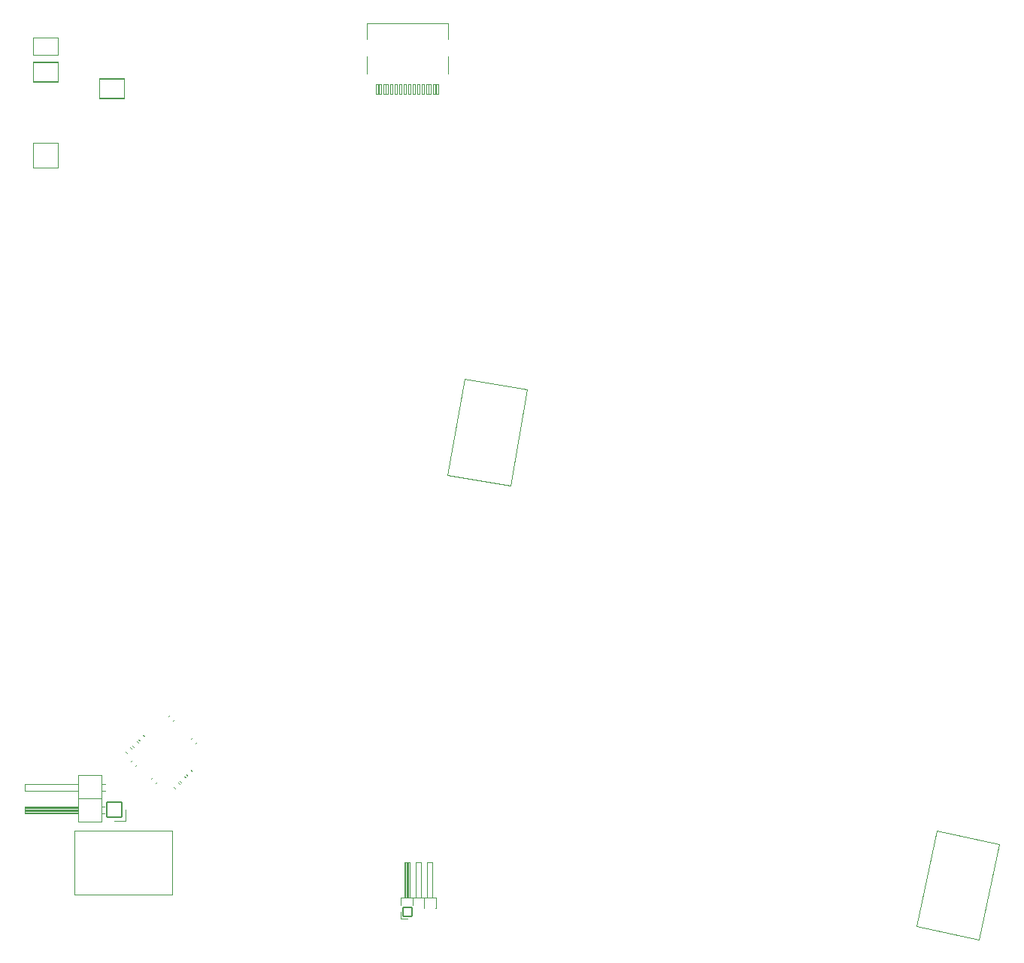
<source format=gto>
G04 #@! TF.GenerationSoftware,KiCad,Pcbnew,(6.0.9)*
G04 #@! TF.CreationDate,2022-11-10T21:17:23+01:00*
G04 #@! TF.ProjectId,arisu,61726973-752e-46b6-9963-61645f706362,1.1*
G04 #@! TF.SameCoordinates,Original*
G04 #@! TF.FileFunction,Legend,Top*
G04 #@! TF.FilePolarity,Positive*
%FSLAX46Y46*%
G04 Gerber Fmt 4.6, Leading zero omitted, Abs format (unit mm)*
G04 Created by KiCad (PCBNEW (6.0.9)) date 2022-11-10 21:17:23*
%MOMM*%
%LPD*%
G01*
G04 APERTURE LIST*
G04 Aperture macros list*
%AMRoundRect*
0 Rectangle with rounded corners*
0 $1 Rounding radius*
0 $2 $3 $4 $5 $6 $7 $8 $9 X,Y pos of 4 corners*
0 Add a 4 corners polygon primitive as box body*
4,1,4,$2,$3,$4,$5,$6,$7,$8,$9,$2,$3,0*
0 Add four circle primitives for the rounded corners*
1,1,$1+$1,$2,$3*
1,1,$1+$1,$4,$5*
1,1,$1+$1,$6,$7*
1,1,$1+$1,$8,$9*
0 Add four rect primitives between the rounded corners*
20,1,$1+$1,$2,$3,$4,$5,0*
20,1,$1+$1,$4,$5,$6,$7,0*
20,1,$1+$1,$6,$7,$8,$9,0*
20,1,$1+$1,$8,$9,$2,$3,0*%
G04 Aperture macros list end*
%ADD10C,0.120000*%
%ADD11O,1.102000X2.202000*%
%ADD12O,1.102000X1.702000*%
%ADD13RoundRect,0.051000X0.150000X0.575000X-0.150000X0.575000X-0.150000X-0.575000X0.150000X-0.575000X0*%
%ADD14C,0.752000*%
%ADD15C,0.902000*%
%ADD16C,3.102000*%
%ADD17C,4.102000*%
%ADD18RoundRect,0.191000X0.219203X0.021213X0.021213X0.219203X-0.219203X-0.021213X-0.021213X-0.219203X0*%
%ADD19RoundRect,0.191000X-0.219203X-0.021213X-0.021213X-0.219203X0.219203X0.021213X0.021213X0.219203X0*%
%ADD20RoundRect,0.191000X0.021213X-0.219203X0.219203X-0.021213X-0.021213X0.219203X-0.219203X0.021213X0*%
%ADD21C,0.702000*%
%ADD22RoundRect,0.191000X-0.021213X0.219203X-0.219203X0.021213X0.021213X-0.219203X0.219203X-0.021213X0*%
%ADD23RoundRect,0.051000X-1.400000X1.100000X-1.400000X-1.100000X1.400000X-1.100000X1.400000X1.100000X0*%
%ADD24RoundRect,0.051000X-1.400000X1.400000X-1.400000X-1.400000X1.400000X-1.400000X1.400000X1.400000X0*%
%ADD25RoundRect,0.051000X-1.400000X1.000000X-1.400000X-1.000000X1.400000X-1.000000X1.400000X1.000000X0*%
%ADD26C,1.802000*%
%ADD27RoundRect,0.051000X0.850000X0.850000X-0.850000X0.850000X-0.850000X-0.850000X0.850000X-0.850000X0*%
%ADD28O,1.802000X1.802000*%
%ADD29RoundRect,0.051000X0.500000X-0.500000X0.500000X0.500000X-0.500000X0.500000X-0.500000X-0.500000X0*%
%ADD30O,1.102000X1.102000*%
G04 APERTURE END LIST*
D10*
X50420000Y-15675021D02*
X50420000Y-13970021D01*
X50420000Y-17685021D02*
X50420000Y-19605021D01*
X59580000Y-19605021D02*
X59580000Y-17685021D01*
X59580000Y-13970021D02*
X59580000Y-15675021D01*
X50420000Y-13970021D02*
X59580000Y-13970021D01*
X29518749Y-99409238D02*
X29366246Y-99256735D01*
X30027866Y-98900121D02*
X29875363Y-98747618D01*
X23794246Y-95494925D02*
X23946749Y-95647428D01*
X23285129Y-96004042D02*
X23437632Y-96156545D01*
X26113557Y-99041542D02*
X26266060Y-98889039D01*
X26622674Y-99550659D02*
X26775177Y-99398156D01*
X23850814Y-97061645D02*
X24003317Y-96909142D01*
X24359931Y-97570762D02*
X24512434Y-97418259D01*
X17500000Y-104900000D02*
X28500000Y-104900000D01*
X28500000Y-104900000D02*
X28500000Y-112100000D01*
X28500000Y-112100000D02*
X17500000Y-112100000D01*
X17500000Y-112100000D02*
X17500000Y-104900000D01*
X28755075Y-92327090D02*
X28602572Y-92479593D01*
X28245958Y-91817973D02*
X28093455Y-91970476D01*
X23992235Y-95296939D02*
X24144738Y-95449442D01*
X24501352Y-94787822D02*
X24653855Y-94940325D01*
X28811643Y-100116345D02*
X28659140Y-99963842D01*
X29320760Y-99607228D02*
X29168257Y-99454725D01*
X112335154Y-115631330D02*
X114622183Y-104871706D01*
X114622183Y-104871706D02*
X121664846Y-106368670D01*
X121664846Y-106368670D02*
X119377817Y-117128294D01*
X119377817Y-117128294D02*
X112335154Y-115631330D01*
X17914923Y-102880000D02*
X11914923Y-102880000D01*
X17914923Y-102340000D02*
X11914923Y-102340000D01*
X11914923Y-102880000D02*
X11914923Y-102120000D01*
X17914923Y-102580000D02*
X11914923Y-102580000D01*
X20904923Y-102120000D02*
X20574923Y-102120000D01*
X20971994Y-99580000D02*
X20574923Y-99580000D01*
X17914923Y-102460000D02*
X11914923Y-102460000D01*
X23284923Y-103770000D02*
X22014923Y-103770000D01*
X17914923Y-102820000D02*
X11914923Y-102820000D01*
X20574923Y-103830000D02*
X20574923Y-98630000D01*
X17914923Y-100340000D02*
X11914923Y-100340000D01*
X17914923Y-98630000D02*
X17914923Y-103830000D01*
X20574923Y-98630000D02*
X17914923Y-98630000D01*
X17914923Y-103830000D02*
X20574923Y-103830000D01*
X20904923Y-102880000D02*
X20574923Y-102880000D01*
X11914923Y-99580000D02*
X17914923Y-99580000D01*
X20971994Y-100340000D02*
X20574923Y-100340000D01*
X11914923Y-100340000D02*
X11914923Y-99580000D01*
X17914923Y-102220000D02*
X11914923Y-102220000D01*
X23284923Y-102500000D02*
X23284923Y-103770000D01*
X20574923Y-101230000D02*
X17914923Y-101230000D01*
X17914923Y-102700000D02*
X11914923Y-102700000D01*
X11914923Y-102120000D02*
X17914923Y-102120000D01*
X25208457Y-94080711D02*
X25360960Y-94233214D01*
X24699340Y-94589828D02*
X24851843Y-94742331D01*
X30791542Y-94363557D02*
X30639039Y-94516060D01*
X31300659Y-94872674D02*
X31148156Y-95025177D01*
X59499627Y-64791309D02*
X61409757Y-53958424D01*
X61409757Y-53958424D02*
X68500373Y-55208691D01*
X68500373Y-55208691D02*
X66590243Y-66041576D01*
X66590243Y-66041576D02*
X59499627Y-64791309D01*
X54760000Y-112440000D02*
X54760000Y-108440000D01*
X57240000Y-108440000D02*
X57760000Y-108440000D01*
X58195000Y-113560000D02*
X58119677Y-113560000D01*
X54880000Y-112440000D02*
X54880000Y-108440000D01*
X57240000Y-112440000D02*
X57240000Y-108440000D01*
X54960000Y-114760000D02*
X54200000Y-114760000D01*
X56849677Y-113560000D02*
X56880323Y-113560000D01*
X56865000Y-113560000D02*
X56865000Y-112440000D01*
X55000000Y-112440000D02*
X55000000Y-108440000D01*
X54265000Y-113240000D02*
X54265000Y-112440000D01*
X54200000Y-114760000D02*
X54200000Y-114000000D01*
X58195000Y-112440000D02*
X58195000Y-113560000D01*
X55120000Y-112440000D02*
X55120000Y-108440000D01*
X55970000Y-108440000D02*
X56490000Y-108440000D01*
X56490000Y-108440000D02*
X56490000Y-112440000D01*
X54700000Y-112440000D02*
X54700000Y-108440000D01*
X55595000Y-113240000D02*
X55595000Y-112440000D01*
X55220000Y-108440000D02*
X55220000Y-112440000D01*
X54265000Y-112440000D02*
X58195000Y-112440000D01*
X55970000Y-112440000D02*
X55970000Y-108440000D01*
X54700000Y-108440000D02*
X55220000Y-108440000D01*
X57760000Y-108440000D02*
X57760000Y-112440000D01*
X30225859Y-98702133D02*
X30073356Y-98549630D01*
X30734976Y-98193016D02*
X30582473Y-98040513D01*
%LPC*%
D11*
X59320000Y-20860021D03*
D12*
X59320000Y-16680021D03*
X50680000Y-16680021D03*
D11*
X50680000Y-20860021D03*
D13*
X58050000Y-21425021D03*
X57250000Y-21425021D03*
X56750000Y-21425021D03*
X55750000Y-21425021D03*
X54250000Y-21425021D03*
X53250000Y-21425021D03*
X52750000Y-21425021D03*
X51950000Y-21425021D03*
X51650000Y-21425021D03*
X52450000Y-21425021D03*
X53750000Y-21425021D03*
X54750000Y-21425021D03*
X55250000Y-21425021D03*
X56250000Y-21425021D03*
X57550000Y-21425021D03*
X58350000Y-21425021D03*
D14*
X57890000Y-20360021D03*
X52110000Y-20360021D03*
D15*
X70700001Y-66070001D03*
X69450001Y-64820001D03*
X69450001Y-66070001D03*
X70700001Y-64820001D03*
X84200001Y-62320001D03*
X82950001Y-62320001D03*
X84200001Y-63570001D03*
X82950001Y-63570001D03*
D16*
X73640001Y-65530001D03*
D17*
X77450001Y-68070001D03*
D16*
X79990001Y-62990001D03*
D15*
X44506250Y-64820001D03*
X43256250Y-64820001D03*
X43256250Y-66070001D03*
X44506250Y-66070001D03*
X56756250Y-62320001D03*
X56756250Y-63570001D03*
X58006250Y-62320001D03*
X58006250Y-63570001D03*
D16*
X53796250Y-62990001D03*
X47446250Y-65530001D03*
D17*
X51256250Y-68070001D03*
D18*
X30036467Y-99417839D03*
X29357645Y-98739017D03*
D19*
X23276528Y-95486324D03*
X23955350Y-96165146D03*
D20*
X26104956Y-99559260D03*
X26783778Y-98880438D03*
X23842213Y-97579363D03*
X24521035Y-96900541D03*
D21*
X28000001Y-94446878D03*
X28000001Y-98053122D03*
X26196879Y-96250000D03*
X28000001Y-96250000D03*
X27098440Y-97151561D03*
X28901562Y-95348439D03*
X28901562Y-97151561D03*
X27098440Y-95348439D03*
X29803123Y-96250000D03*
D15*
X66537501Y-102920003D03*
X66537501Y-104170003D03*
X65287501Y-104170003D03*
X65287501Y-102920003D03*
X78787501Y-101670003D03*
X78787501Y-100420003D03*
X80037501Y-100420003D03*
X80037501Y-101670003D03*
D17*
X73287501Y-106170003D03*
D16*
X75827501Y-101090003D03*
X69477501Y-103630003D03*
D15*
X45590000Y-27970001D03*
X44340000Y-27970001D03*
X44340000Y-26720001D03*
X45590000Y-26720001D03*
X57840000Y-25470001D03*
X57840000Y-24220001D03*
X59090000Y-25470001D03*
X59090000Y-24220001D03*
D17*
X52340000Y-29970001D03*
D16*
X54880000Y-24890001D03*
X48530000Y-27430001D03*
D15*
X127808078Y-73269596D03*
X128067967Y-72046912D03*
X129030762Y-73529486D03*
X129290652Y-72306801D03*
X141532849Y-73631035D03*
X143015424Y-72668240D03*
X142755534Y-73890925D03*
X141792739Y-72408351D03*
D17*
X135217435Y-76889185D03*
D16*
X132018788Y-73612547D03*
X138758121Y-72448291D03*
D15*
X114530452Y-89922939D03*
X115753136Y-90182829D03*
X116013026Y-88960144D03*
X114790341Y-88700255D03*
X128255223Y-90284378D03*
X128515113Y-89061694D03*
X129737798Y-89321583D03*
X129477908Y-90544268D03*
D16*
X118741162Y-90265890D03*
D17*
X121939809Y-93542528D03*
D16*
X125480495Y-89101634D03*
D15*
X147924362Y-76267530D03*
X146701677Y-76007641D03*
X147664472Y-77490215D03*
X146441788Y-77230325D03*
X160426449Y-76369080D03*
X161649134Y-76628969D03*
X160166559Y-77591764D03*
X161389244Y-77851654D03*
D16*
X150652498Y-77573276D03*
D17*
X153851145Y-80849914D03*
D16*
X157391831Y-76409020D03*
D15*
X129463324Y-111294667D03*
X130426119Y-112777241D03*
X130686009Y-111554556D03*
X129203435Y-112517351D03*
X143188096Y-111656106D03*
X144150891Y-113138680D03*
X142928206Y-112878790D03*
X144410781Y-111915995D03*
D16*
X133414145Y-112860302D03*
D17*
X136612792Y-116136940D03*
D16*
X140153478Y-111696046D03*
D15*
X147226697Y-56643637D03*
X145744123Y-57606432D03*
X146966807Y-57866322D03*
X146004012Y-56383748D03*
X159468894Y-57967871D03*
X160691579Y-58227761D03*
X159728784Y-56745187D03*
X160951469Y-57005076D03*
D16*
X149954833Y-57949383D03*
X156694166Y-56785127D03*
D17*
X153153480Y-61226021D03*
D15*
X157154007Y-118458422D03*
X158636581Y-117495627D03*
X158376691Y-118718312D03*
X157413896Y-117235738D03*
X172101463Y-119079751D03*
X170878778Y-118819861D03*
X172361353Y-117857066D03*
X171138668Y-117597177D03*
D17*
X164563364Y-122078011D03*
D16*
X161364717Y-118801373D03*
X168104050Y-117637117D03*
D15*
X127110413Y-53645704D03*
X127370302Y-52423020D03*
X128333097Y-53905594D03*
X128592987Y-52682909D03*
X141095074Y-52784459D03*
X142057869Y-54267033D03*
X140835184Y-54007143D03*
X142317759Y-53044348D03*
D16*
X131321123Y-53988655D03*
D17*
X134519770Y-57265293D03*
D16*
X138060456Y-52824399D03*
D15*
X121754360Y-33031625D03*
X122977044Y-33291515D03*
X122014249Y-31808941D03*
X123236934Y-32068830D03*
X136961706Y-32430269D03*
X135479131Y-33393064D03*
X135739021Y-32170380D03*
X136701816Y-33652954D03*
D16*
X125965070Y-33374576D03*
X132704403Y-32210320D03*
D17*
X129163717Y-36651214D03*
D15*
X17062501Y-66070000D03*
X17062501Y-64820000D03*
X18312501Y-64820000D03*
X18312501Y-66070000D03*
X30562501Y-62320000D03*
X31812501Y-62320000D03*
X30562501Y-63570000D03*
X31812501Y-63570000D03*
D16*
X27602501Y-62990000D03*
X21252501Y-65530000D03*
D17*
X25062501Y-68070000D03*
D22*
X28763676Y-91809372D03*
X28084854Y-92488194D03*
D23*
X14300000Y-19400000D03*
X21700000Y-21300000D03*
D24*
X14300000Y-28800000D03*
D25*
X14300000Y-16600000D03*
D26*
X18000000Y-20500000D03*
X18000000Y-27500000D03*
D19*
X23983634Y-94779221D03*
X24662456Y-95458043D03*
D15*
X22377498Y-45770002D03*
X21127498Y-47020002D03*
X22377498Y-47020002D03*
X21127498Y-45770002D03*
X34627498Y-44520002D03*
X35877498Y-44520002D03*
X35877498Y-43270002D03*
X34627498Y-43270002D03*
D17*
X29127498Y-49020002D03*
D16*
X25317498Y-46480002D03*
X31667498Y-43940002D03*
D18*
X29329361Y-100124946D03*
X28650539Y-99446124D03*
D27*
X22014923Y-102500000D03*
D28*
X22014923Y-99960000D03*
D15*
X83690002Y-26469612D03*
X82440002Y-26469612D03*
X82440002Y-25219612D03*
X83690002Y-25219612D03*
X95940002Y-22719612D03*
X97190002Y-23969612D03*
X97190002Y-22719612D03*
X95940002Y-23969612D03*
D17*
X90440002Y-28469612D03*
D16*
X86630002Y-25929612D03*
X92980002Y-23389612D03*
D15*
X64640001Y-26720000D03*
X64640001Y-27970000D03*
X63390001Y-26720000D03*
X63390001Y-27970000D03*
X76890001Y-24220000D03*
X76890001Y-25470000D03*
X78140001Y-25470000D03*
X78140001Y-24220000D03*
D16*
X67580001Y-27430000D03*
D17*
X71390001Y-29970000D03*
D16*
X73930001Y-24890000D03*
D15*
X109434257Y-68086187D03*
X110656942Y-68346076D03*
X110397052Y-69568761D03*
X109174368Y-69308871D03*
X124121824Y-69930200D03*
X122899139Y-69670310D03*
X123159029Y-68447626D03*
X124381714Y-68707515D03*
D17*
X116583725Y-72928460D03*
D16*
X113385078Y-69651822D03*
X120124411Y-68487566D03*
D15*
X108476702Y-49684975D03*
X109699386Y-49944865D03*
X109959276Y-48722180D03*
X108736591Y-48462291D03*
X122201473Y-50046414D03*
X123684048Y-49083619D03*
X123424158Y-50306304D03*
X122461363Y-48823730D03*
D16*
X112687412Y-50027926D03*
X119426745Y-48863670D03*
D17*
X115886059Y-53304564D03*
D15*
X96854330Y-104363415D03*
X98077015Y-104623304D03*
X96594441Y-105586099D03*
X97817125Y-105845989D03*
X111801787Y-104984743D03*
X110319212Y-105947538D03*
X110579102Y-104724854D03*
X111541897Y-106207428D03*
D16*
X100805151Y-105929050D03*
X107544484Y-104764794D03*
D17*
X104003798Y-109205688D03*
D15*
X74800002Y-83870001D03*
X76050002Y-85120001D03*
X76050002Y-83870001D03*
X74800002Y-85120001D03*
X89550002Y-82620001D03*
X88300002Y-82620001D03*
X89550002Y-81370001D03*
X88300002Y-81370001D03*
D16*
X85340002Y-82040001D03*
D17*
X82800002Y-87120001D03*
D16*
X78990002Y-84580001D03*
D15*
X44940001Y-45770002D03*
X46190001Y-45770002D03*
X46190001Y-47020002D03*
X44940001Y-47020002D03*
X59690001Y-43270002D03*
X58440001Y-44520002D03*
X59690001Y-44520002D03*
X58440001Y-43270002D03*
D16*
X55480001Y-43940002D03*
D17*
X52940001Y-49020002D03*
D16*
X49130001Y-46480002D03*
D15*
X95896740Y-85962213D03*
X97379314Y-84999418D03*
X96156629Y-84739529D03*
X97119424Y-86222103D03*
X109621511Y-86323652D03*
X111104086Y-85360857D03*
X110844196Y-86583542D03*
X109881401Y-85100968D03*
D17*
X103306097Y-89581802D03*
D16*
X100107450Y-86305164D03*
X106846783Y-85140908D03*
D15*
X89842993Y-45724251D03*
X91325567Y-44761456D03*
X91065677Y-45984141D03*
X90102882Y-44501567D03*
X105050339Y-45122895D03*
X104790449Y-46345580D03*
X103567764Y-46085690D03*
X103827654Y-44863006D03*
D16*
X94053703Y-46067202D03*
D17*
X97252350Y-49343840D03*
D16*
X100793036Y-44902946D03*
D15*
X45093752Y-85120001D03*
X43843752Y-83870001D03*
X45093752Y-83870001D03*
X43843752Y-85120001D03*
X58593752Y-82620001D03*
X57343752Y-81370001D03*
X58593752Y-81370001D03*
X57343752Y-82620001D03*
D16*
X48033752Y-84580001D03*
X54383752Y-82040001D03*
D17*
X51843752Y-87120001D03*
D15*
X103380539Y-27848224D03*
X104603224Y-28108113D03*
X103120650Y-29070908D03*
X104343334Y-29330798D03*
X118327996Y-28469552D03*
X116845421Y-29432347D03*
X118068106Y-29692237D03*
X117105311Y-28209663D03*
D16*
X107331360Y-29413859D03*
X114070693Y-28249603D03*
D17*
X110530007Y-32690497D03*
D15*
X26540001Y-26720003D03*
X26540001Y-27970003D03*
X25290001Y-27970003D03*
X25290001Y-26720003D03*
X40040001Y-25470003D03*
X38790001Y-24220003D03*
X38790001Y-25470003D03*
X40040001Y-24220003D03*
D16*
X29480001Y-27430003D03*
D17*
X33290001Y-29970003D03*
D16*
X35830001Y-24890003D03*
D19*
X24690739Y-94072110D03*
X25369561Y-94750932D03*
D15*
X70000001Y-45769999D03*
X68750001Y-47019999D03*
X70000001Y-47019999D03*
X68750001Y-45769999D03*
X82250001Y-43269999D03*
X83500001Y-44519999D03*
X83500001Y-43269999D03*
X82250001Y-44519999D03*
D17*
X76750001Y-49019999D03*
D16*
X72940001Y-46479999D03*
X79290001Y-43939999D03*
D15*
X37962503Y-102919999D03*
X37962503Y-104169999D03*
X36712503Y-102919999D03*
X36712503Y-104169999D03*
X50212503Y-101669999D03*
X51462503Y-100419999D03*
X51462503Y-101669999D03*
X50212503Y-100419999D03*
D16*
X40902503Y-103629999D03*
X47252503Y-101089999D03*
D17*
X44712503Y-106169999D03*
D22*
X31309260Y-94354956D03*
X30630438Y-95033778D03*
D15*
X141870647Y-36029549D03*
X140388073Y-36992344D03*
X141610757Y-37252234D03*
X140647962Y-35769660D03*
X155335529Y-37613673D03*
X155595419Y-36390988D03*
X154372734Y-36131099D03*
X154112844Y-37353783D03*
D16*
X151338116Y-36171039D03*
D17*
X147797430Y-40611933D03*
D16*
X144598783Y-37335295D03*
D29*
X54960000Y-114000000D03*
D30*
X56230000Y-114000000D03*
X57500000Y-114000000D03*
D18*
X30743577Y-98710734D03*
X30064755Y-98031912D03*
D15*
X133424049Y-92660983D03*
X134646734Y-92920872D03*
X133164160Y-93883667D03*
X134386844Y-94143557D03*
X148111616Y-94504996D03*
X147148821Y-93022422D03*
X146888931Y-94245106D03*
X148371506Y-93282311D03*
D16*
X144114203Y-93062362D03*
X137374870Y-94226618D03*
D17*
X140573517Y-97503256D03*
D15*
X92023234Y-64385350D03*
X90540660Y-65348145D03*
X90800549Y-64125461D03*
X91763344Y-65608035D03*
X105748006Y-64746789D03*
X105488116Y-65969474D03*
X104265431Y-65709584D03*
X104525321Y-64486900D03*
D16*
X94751370Y-65691096D03*
D17*
X97950017Y-68967734D03*
D16*
X101490703Y-64526840D03*
D15*
X152057759Y-96621709D03*
X153280444Y-96881598D03*
X151797870Y-97844393D03*
X153020554Y-98104283D03*
X165782531Y-96983148D03*
X166745326Y-98465722D03*
X165522641Y-98205832D03*
X167005216Y-97243037D03*
D17*
X159207227Y-101463982D03*
D16*
X156008580Y-98187344D03*
X162747913Y-97023088D03*
D15*
X160504359Y-39990265D03*
X159281674Y-39730376D03*
X159021785Y-40953060D03*
X160244469Y-41212950D03*
X173006446Y-40091815D03*
X172746556Y-41314499D03*
X173969241Y-41574389D03*
X174229131Y-40351704D03*
D16*
X169971828Y-40131755D03*
X163232495Y-41296011D03*
D17*
X166431142Y-44572649D03*
M02*

</source>
